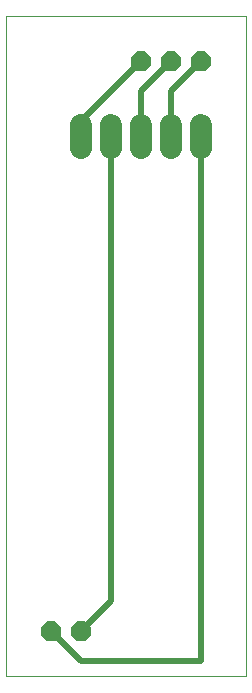
<source format=gtl>
G75*
G70*
%OFA0B0*%
%FSLAX24Y24*%
%IPPOS*%
%LPD*%
%AMOC8*
5,1,8,0,0,1.08239X$1,22.5*
%
%ADD10C,0.0000*%
%ADD11C,0.0740*%
%ADD12OC8,0.0660*%
%ADD13C,0.0200*%
D10*
X000101Y000101D02*
X000101Y022101D01*
X008101Y022101D01*
X008101Y000101D01*
X000101Y000101D01*
D11*
X002601Y017731D02*
X002601Y018471D01*
X003601Y018471D02*
X003601Y017731D01*
X004601Y017731D02*
X004601Y018471D01*
X005601Y018471D02*
X005601Y017731D01*
X006601Y017731D02*
X006601Y018471D01*
D12*
X006601Y020601D03*
X005601Y020601D03*
X004601Y020601D03*
X002601Y001601D03*
X001601Y001601D03*
D13*
X002601Y000601D01*
X006601Y000601D01*
X006601Y018101D01*
X005601Y019601D02*
X006601Y020601D01*
X005601Y020601D02*
X004601Y019601D01*
X004601Y018101D01*
X002601Y018601D02*
X004601Y020601D01*
X005601Y019601D02*
X005601Y018101D01*
X003601Y018101D02*
X003601Y002601D01*
X002601Y001601D01*
X002601Y018101D02*
X002601Y018601D01*
M02*

</source>
